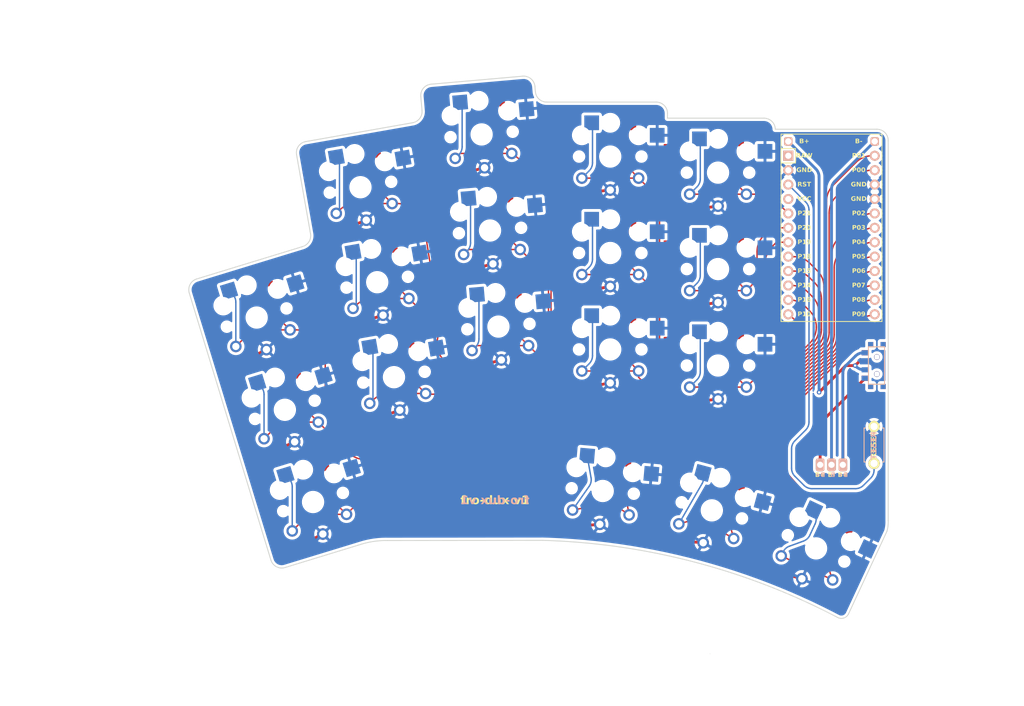
<source format=kicad_pcb>
(kicad_pcb (version 20240108) (generator "pcbnew") (generator_version "8.0")
  (title_block (title "board") (rev "v1.0.0") (company "Unknown"))
  (layers (0 "F.Cu" signal) (31 "B.Cu" signal) (34 "B.Paste" user) (35 "F.Paste" user) (36 "B.SilkS" user "B.Silkscreen") (37 "F.SilkS" user "F.Silkscreen") (38 "B.Mask" user) (39 "F.Mask" user) (44 "Edge.Cuts" user))
  (net 0 "")
  (net 1 "P6")
  (net 2 "GND")
  (net 3 "P5")
  (net 4 "P4")
  (net 5 "P3")
  (net 6 "P2")
  (net 7 "P0")
  (net 8 "P1")
  (net 9 "P18")
  (net 10 "P15")
  (net 11 "P14")
  (net 12 "P16")
  (net 13 "P10")
  (net 14 "P19")
  (net 15 "P20")
  (net 16 "P21")
  (net 17 "P7")
  (net 18 "P8")
  (net 19 "P9")
  (net 20 "RAW")
  (net 21 "RST")
  (net 22 "VCC")
  (net 23 "Bplus")
  (net 24 "Bminus")
  (net 25 "Braw")
  (footprint "E73:SPDT_C128955" (layer "F.Cu") (at 162.411087 -73.316483 -90)
    (property "Reference" "T1" (hide yes))
    (property "Value" "" (hide yes))
  )
  (footprint "lib:bat" (layer "F.Cu") (at 154.411087 -55.816483)
    (property "Reference" "PAD1" (hide yes))
    (property "Value" "" (hide yes))
  )
  (footprint "kbd:ResetSW" (layer "F.Cu") (at 161.911087 -59.316483 -90)
    (property "Reference" "B1" (hide yes))
    (property "Value" "")
  )
  (footprint "PG1350" (layer "F.Cu") (at 71.38711 -104.745067 10)
    (property "Reference" "S11" (hide yes))
    (property "Value" "" (hide yes))
  )
  (footprint "PG1350" (layer "F.Cu") (at 133.317699 -47.786839 165)
    (property "Reference" "S34" (hide yes))
    (property "Value" "" (hide yes))
  )
  (footprint "PG1350" (layer "F.Cu") (at 94.221643 -97.114167 5)
    (property "Reference" "S15" (hide yes))
    (property "Value" "" (hide yes))
  )
  (footprint "PG1350" (layer "F.Cu") (at 115.411087 -93.149816)
    (property "Reference" "S21" (hide yes))
    (property "Value" "" (hide yes))
  )
  (footprint "PG1350" (layer "F.Cu") (at 77.291148 -71.261603 -170)
    (property "Reference" "S8" (hide yes))
    (property "Value" "" (hide yes))
  )
  (footprint "PG1350" (layer "F.Cu") (at 95.703291 -80.178857 -175)
    (property "Reference" "S14" (hide yes))
    (property "Value" "" (hide yes))
  )
  (footprint "PG1350" (layer "F.Cu") (at 115.411087 -76.149816 180)
    (property "Reference" "S20" (hide yes))
    (property "Value" "" (hide yes))
  )
  (footprint "PG1350" (layer "F.Cu") (at 134.411087 -90.316483 180)
    (property "Reference" "S28" (hide yes))
    (property "Value" "" (hide yes))
  )
  (footprint "PG1350" (layer "F.Cu") (at 134.411087 -73.316483 180)
    (property "Reference" "S26" (hide yes))
    (property "Value" "" (hide yes))
  )
  (footprint "PG1350" (layer "F.Cu") (at 134.411087 -107.316483)
    (property "Reference" "S29" (hide yes))
    (property "Value" "" (hide yes))
  )
  (footprint "PG1350" (layer "F.Cu") (at 133.317699 -47.786839 -15)
    (property "Reference" "S33" (hide yes))
    (property "Value" "" (hide yes))
  )
  (footprint "PG1350" (layer "F.Cu") (at 151.688672 -41.084903 -25)
    (property "Reference" "S35" (hide yes))
    (property "Value" "" (hide yes))
  )
  (footprint "PG1350" (layer "F.Cu") (at 77.291148 -71.261603 10)
    (property "Reference" "S7" (hide yes))
    (property "Value" "" (hide yes))
  )
  (footprint "PG1350" (layer "F.Cu") (at 63.029681 -49.257181 -163)
    (property "Reference" "S2" (hide yes))
    (property "Value" "" (hide yes))
  )
  (footprint "E73:SPDT_C128955" (layer "F.Cu") (at 162.411087 -73.316483 -90)
    (property "Reference" "T2" (hide yes))
    (property "Value" "" (hide yes))
  )
  (footprint "PG1350" (layer "F.Cu") (at 63.029681 -49.257181 17)
    (property "Reference" "S1" (hide yes))
    (property "Value" "" (hide yes))
  )
  (footprint "PG1350" (layer "F.Cu") (at 53.089043 -81.771543 17)
    (property "Reference" "S5" (hide yes))
    (property "Value" "" (hide yes))
  )
  (footprint "PG1350" (layer "F.Cu") (at 134.411087 -90.316483)
    (property "Reference" "S27" (hide yes))
    (property "Value" "" (hide yes))
  )
  (footprint "PG1350" (layer "F.Cu") (at 151.688672 -41.084903 155)
    (property "Reference" "S36" (hide yes))
    (property "Value" "" (hide yes))
  )
  (footprint "PG1350" (layer "F.Cu") (at 74.339129 -88.003335 10)
    (property "Reference" "S9" (hide yes))
    (property "Value" "" (hide yes))
  )
  (footprint "PG1350" (layer "F.Cu") (at 94.221643 -97.114167 -175)
    (property "Reference" "S16" (hide yes))
    (property "Value" "" (hide yes))
  )
  (footprint "PG1350" (layer "F.Cu") (at 134.411087 -107.316483 180)
    (property "Reference" "S30" (hide yes))
    (property "Value" "" (hide yes))
  )
  (footprint "PG1350" (layer "F.Cu") (at 95.703291 -80.178857 5)
    (property "Reference" "S13" (hide yes))
    (property "Value" "" (hide yes))
  )
  (footprint "PG1350" (layer "F.Cu") (at 115.411087 -110.149816 180)
    (property "Reference" "S24" (hide yes))
    (property "Value" "" (hide yes))
  )
  (footprint "PG1350" (layer "F.Cu") (at 92.739996 -114.049477 5)
    (property "Reference" "S17" (hide yes))
    (property "Value" "" (hide yes))
  )
  (footprint "PG1350" (layer "F.Cu") (at 58.059362 -65.514362 -163)
    (property "Reference" "S4" (hide yes))
    (property "Value" "" (hide yes))
  )
  (footprint "PG1350" (layer "F.Cu") (at 74.339129 -88.003335 -170)
    (property "Reference" "S10" (hide yes))
    (property "Value" "" (hide yes))
  )
  (footprint "PG1350" (layer "F.Cu") (at 115.411087 -93.149816 180)
    (property "Reference" "S22" (hide yes))
    (property "Value" "" (hide yes))
  )
  (footprint "PG1350" (layer "F.Cu") (at 114.085832 -51.20433 -5)
    (property "Reference" "S31" (hide yes))
    (property "Value" "" (hide yes))
  )
  (footprint "ProMicro" (layer "F.Cu") (at 154.411087 -96.316483 -90)
    (property "Reference" "MCU1" (hide yes))
    (property "Value" "" (hide yes))
  )
  (footprint "PG1350" (layer "F.Cu") (at 58.059362 -65.514362 17)
    (property "Reference" "S3" (hide yes))
    (property "Value" "" (hide yes))
  )
  (footprint "PG1350" (layer "F.Cu") (at 114.085832 -51.20433 175)
    (property "Reference" "S32" (hide yes))
    (property "Value" "" (hide yes))
  )
  (footprint "PG1350" (layer "F.Cu") (at 71.38711 -104.745067 -170)
    (property "Reference" "S12" (hide yes))
    (property "Value" "" (hide yes))
  )
  (footprint "PG1350" (layer "F.Cu") (at 115.411087 -110.149816)
    (property "Reference" "S23" (hide yes))
    (property "Value" "" (hide yes))
  )
  (footprint "PG1350" (layer "F.Cu") (at 134.411087 -73.316483)
    (property "Reference" "S25" (hide yes))
    (property "Value" "" (hide yes))
  )
  (footprint "PG1350" (layer "F.Cu") (at 53.089043 -81.771543 -163)
    (property "Reference" "S6" (hide yes))
    (property "Value" "" (hide yes))
  )
  (footprint "PG1350" (layer "F.Cu") (at 115.411087 -76.149816)
    (property "Reference" "S19" (hide yes))
    (property "Value" "" (hide yes))
  )
  (footprint "PG1350" (layer "F.Cu") (at 92.739996 -114.049477 -175)
    (property "Reference" "S18" (hide yes))
    (property "Value" "" (hide yes))
  )
  (gr_arc (start 104.212524 -119.749815) (mid 102.861343 -120.275261) (end 102.220134 -121.575505) (stroke (width 0.15)) (layer "Edge.Cuts"))
  (gr_arc (start 133 -22.5) (mid 133 -22.5) (end 133 -22.5) (stroke (width 0.05)) (layer "Edge.Cuts"))
  (gr_arc (start 82.233091 -118.259454) (mid 81.827408 -116.867619) (end 80.587997 -116.115527) (stroke (width 0.15)) (layer "Edge.Cuts"))
  (gr_arc (start 157.409315 -29.528414) (mid 156.565482 -28.803553) (end 155.459451 -28.922605) (stroke (width 0.15)) (layer "Edge.Cuts"))
  (gr_line (start 60.120825 -110.475759) (end 62.576774 -96.547382) (stroke (width 0.15)) (layer "Edge.Cuts"))
  (gr_line (start 103.5 -42.5) (end 76.148965 -42.467382) (stroke (width 0.15)) (layer "Edge.Cuts"))
  (gr_arc (start 164.411086 -46) (mid 164.374975 -45.049224) (end 164.191868 -44.115549) (stroke (width 0.15)) (layer "Edge.Cuts"))
  (gr_line (start 83.834124 -122.906984) (end 99.972478 -124.318907) (stroke (width 0.15)) (layer "Edge.Cuts"))
  (gr_arc (start 58.09038 -37.708445) (mid 56.566694 -37.855159) (end 55.593028 -39.036311) (stroke (width 0.15)) (layer "Edge.Cuts"))
  (gr_line (start 58.090381 -37.708444) (end 71.518873 -41.813947) (stroke (width 0.15)) (layer "Edge.Cuts"))
  (gr_line (start 125.511087 -116.916483) (end 142.511087 -116.916483) (stroke (width 0.15)) (layer "Edge.Cuts"))
  (gr_line (start 162.411087 -114.966483) (end 144.510462 -114.966483) (stroke (width 0.15)) (layer "Edge.Cuts"))
  (gr_line (start 104.212524 -119.749816) (end 123.511087 -119.749816) (stroke (width 0.15)) (layer "Edge.Cuts"))
  (gr_arc (start 71.518873 -41.813947) (mid 73.8083 -42.322192) (end 76.148965 -42.467382) (stroke (width 0.15)) (layer "Edge.Cuts"))
  (gr_line (start 41.20834 -86.086505) (end 55.593028 -39.036311) (stroke (width 0.15)) (layer "Edge.Cuts"))
  (gr_arc (start 99.972478 -124.318908) (mid 101.432365 -123.858607) (end 102.139179 -122.500829) (stroke (width 0.15)) (layer "Edge.Cuts"))
  (gr_arc (start 123.511087 -119.749816) (mid 124.925301 -119.16403) (end 125.511087 -117.749816) (stroke (width 0.15)) (layer "Edge.Cuts"))
  (gr_arc (start 60.120826 -110.475759) (mid 60.452137 -111.970208) (end 61.743144 -112.792671) (stroke (width 0.15)) (layer "Edge.Cuts"))
  (gr_arc (start 142.511087 -116.916483) (mid 143.907511 -116.348265) (end 144.510462 -114.966483) (stroke (width 0.15)) (layer "Edge.Cuts"))
  (gr_arc (start 41.208341 -86.086504) (mid 41.355055 -87.61019) (end 42.536206 -88.583857) (stroke (width 0.15)) (layer "Edge.Cuts"))
  (gr_line (start 102.139179 -122.500829) (end 102.220134 -121.575505) (stroke (width 0.15)) (layer "Edge.Cuts"))
  (gr_line (start 61.743144 -112.792671) (end 80.587997 -116.115527) (stroke (width 0.15)) (layer "Edge.Cuts"))
  (gr_arc (start 62.576773 -96.547382) (mid 62.312438 -95.155089) (end 61.191902 -94.287476) (stroke (width 0.15)) (layer "Edge.Cuts"))
  (gr_arc (start 82.016046 -120.740284) (mid 82.476347 -122.20017) (end 83.834124 -122.906984) (stroke (width 0.15)) (layer "Edge.Cuts"))
  (gr_line (start 42.536206 -88.583857) (end 61.191902 -94.287476) (stroke (width 0.15)) (layer "Edge.Cuts"))
  (gr_line (start 125.511087 -117.749816) (end 125.511087 -116.916483) (stroke (width 0.15)) (layer "Edge.Cuts"))
  (gr_line (start 82.23309 -118.259454) (end 82.016046 -120.740283) (stroke (width 0.15)) (layer "Edge.Cuts"))
  (gr_arc (start 162.411087 -114.966483) (mid 163.825301 -114.380697) (end 164.411087 -112.966483) (stroke (width 0.15)) (layer "Edge.Cuts"))
  (gr_line (start 164.411087 -46) (end 164.411087 -112.966483) (stroke (width 0.15)) (layer "Edge.Cuts"))
  (gr_line (start 164.191868 -44.115549) (end 157.409315 -29.528414) (stroke (width 0.15)) (layer "Edge.Cuts"))
  (gr_arc (start 103.5 -42.499999) (mid 130.253645 -38.673022) (end 155.459451 -28.922605) (stroke (width 0.15)) (layer "Edge.Cuts"))
  (gr_text "fro-dux v1" (at 89 -49.5 0) (layer "B.SilkS") (effects (font (size 1.5 1.5)) (justify right mirror)))
  (gr_text "fro-dux v1" (at 89 -49.5 0) (layer "F.SilkS") (effects (font (size 1.5 1.5)) (justify left)))
  (segment (start 157.404613 -87.046613) (end 159.15291 -88.79491) (width 0.25) (layer "F.Cu") (net 1))
  (segment (start 140.894831 -61.207133) (end 155.061467 -75.373769) (width 0.25) (layer "F.Cu") (net 1))
  (segment (start 61.111314 -45.913508) (end 59.35917 -44.161364) (width 0.25) (layer "F.Cu") (net 1))
  (segment (start 156.23304 -78.202196) (end 156.23304 -84.218186) (width 0.25) (layer "F.Cu") (net 1))
  (segment (start 68.922217 -47.085081) (end 63.939741 -47.085081) (width 0.25) (layer "F.Cu") (net 1))
  (segment (start 76.35139 -52.8574) (end 81.171573 -52.828427) (width 0.25) (layer "F.Cu") (net 1))
  (segment (start 115.769732 -60.03556) (end 103.90859 -60.01504) (width 0.25) (layer "F.Cu") (net 1))
  (segment (start 84 -54) (end 85.093534 -55.093534) (width 0.25) (layer "F.Cu") (net 1))
  (segment (start 97.575476 -57.041411) (end 100.57934 -59.223141) (width 0.25) (layer "F.Cu") (net 1))
  (segment (start 161.981337 -89.966483) (end 162.031087 -89.966483) (width 0.25) (layer "F.Cu") (net 1))
  (segment (start 115.769732 -60.03556) (end 138.066404 -60.03556) (width 0.25) (layer "F.Cu") (net 1))
  (segment (start 103.90859 -60.01504) (end 102.929948 -59.986785) (width 0.25) (layer "F.Cu") (net 1))
  (segment (start 87.921961 -56.265107) (end 95.203561 -56.270042) (width 0.25) (layer "F.Cu") (net 1))
  (segment (start 64.421967 -55.904712) (end 64.421967 -53.242185) (width 0.25) (layer "F.Cu") (net 1))
  (segment (start 65.59354 -50.413758) (end 68.922217 -47.085081) (width 0.25) (layer "F.Cu") (net 1))
  (segment (start 68.922217 -47.085081) (end 73.522963 -51.685827) (width 0.25) (layer "F.Cu") (net 1))
  (arc (start 97.575476 -57.041411) (mid 96.450523 -56.468142) (end 95.203561 -56.270042) (width 0.25) (layer "F.Cu") (net 1))
  (arc (start 64.421967 -53.242185) (mid 64.726449 -51.711451) (end 65.59354 -50.413758) (width 0.25) (layer "F.Cu") (net 1))
  (arc (start 159.15291 -88.79491) (mid 160.450603 -89.662001) (end 161.981337 -89.966483) (width 0.25) (layer "F.Cu") (net 1))
  (arc (start 87.921961 -56.265107) (mid 86.391227 -55.960625) (end 85.093534 -55.093534) (width 0.25) (layer "F.Cu") (net 1))
  (arc (start 138.066404 -60.03556) (mid 139.597138 -60.340042) (end 140.894831 -61.207133) (width 0.25) (layer "F.Cu") (net 1))
  (arc (start 102.929948 -59.986785) (mid 101.694206 -59.791052) (end 100.57934 -59.223141) (width 0.25) (layer "F.Cu") (net 1))
  (arc (start 76.35139 -52.8574) (mid 74.820656 -52.552918) (end 73.522963 -51.685827) (width 0.25) (layer "F.Cu") (net 1))
  (arc (start 157.404613 -87.046613) (mid 156.537522 -85.74892) (end 156.23304 -84.218186) (width 0.25) (layer "F.Cu") (net 1))
  (arc (start 84 -54) (mid 82.702307 -53.132909) (end 81.171573 -52.828427) (width 0.25) (layer "F.Cu") (net 1))
  (arc (start 61.111314 -45.913508) (mid 62.409007 -46.780599) (end 63.939741 -47.085081) (width 0.25) (layer "F.Cu") (net 1))
  (arc (start 156.23304 -78.202196) (mid 155.928558 -76.671462) (end 155.061467 -75.373769) (width 0.25) (layer "F.Cu") (net 1))
  (segment (start 58.158171 -53.989677) (end 58.773384 -53.374464) (width 0.25) (layer "B.Cu") (net 1))
  (segment (start 59.35917 -51.960251) (end 59.35917 -44.161364) (width 0.25) (layer "B.Cu") (net 1))
  (arc (start 59.35917 -51.960251) (mid 59.206929 -52.725618) (end 58.773384 -53.374464) (width 0.25) (layer "B.Cu") (net 1))
  (segment (start 87.132946 -83.193373) (end 88.596468 -76.581783) (width 0.5) (layer "F.Cu") (net 2))
  (segment (start 112.656423 -69.751657) (end 115.411087 -70.249816) (width 0.5) (layer "F.Cu") (net 2))
  (segment (start 90.483281 -107.486015) (end 93.254215 -108.171928) (width 0.5) (layer "F.Cu") (net 2))
  (segment (start 145.773794 -47.980723) (end 143.738094 -41.54298) (width 0.5) (layer "F.Cu") (net 2))
  (segment (start 72.419418 -81.252272) (end 75.363653 -82.192969) (width 0.5) (layer "F.Cu") (net 2))
  (segment (start 93.537935 -73.582777) (end 96.21751 -74.301308) (width 0.5) (layer "F.Cu") (net 2))
  (segment (start 65.538664 -90.259425) (end 67.358921 -83.953221) (width 0.5) (layer "F.Cu") (net 2))
  (segment (start 126.136087 -111.066483) (end 126.986151 -104.480886) (width 0.5) (layer "F.Cu") (net 2))
  (segment (start 112.388836 -103.921918) (end 115.411087 -104.249816) (width 0.5) (layer "F.Cu") (net 2))
  (segment (start 69.925924 -97.990798) (end 72.411634 -98.934701) (width 0.5) (layer "F.Cu") (net 2))
  (segment (start 57.130029 -58.659047) (end 59.784355 -59.872164) (width 0.5) (layer "F.Cu") (net 2))
  (segment (start 85.651298 -100.128683) (end 87.106305 -93.544276) (width 0.5) (layer "F.Cu") (net 2))
  (segment (start 62.586645 -107.001157) (end 64.701845 -100.493764) (width 0.5) (layer "F.Cu") (net 2))
  (segment (start 131.479077 -84.027668) (end 134.411087 -84.416483) (width 0.5) (layer "F.Cu") (net 2))
  (segment (start 44.079227 -82.93831) (end 46.805226 -76.81001) (width 0.5) (layer "F.Cu") (net 2))
  (segment (start 75.523262 -64.446955) (end 78.315672 -65.451237) (width 0.5) (layer "F.Cu") (net 2))
  (segment (start 126.295234 -53.550788) (end 125.462163 -46.756126) (width 0.5) (layer "F.Cu") (net 2))
  (segment (start 131.479077 -67.027668) (end 134.411087 -67.416483) (width 0.5) (layer "F.Cu") (net 2))
  (segment (start 84.169651 -117.063993) (end 85.616045 -110.507165) (width 0.5) (layer "F.Cu") (net 2))
  (segment (start 68.490683 -73.517693) (end 70.323876 -67.110603) (width 0.5) (layer "F.Cu") (net 2))
  (segment (start 92.010692 -90.534024) (end 94.735862 -91.236618) (width 0.5) (layer "F.Cu") (net 2))
  (segment (start 126.136087 -94.066483) (end 126.986151 -87.480886) (width 0.5) (layer "F.Cu") (net 2))
  (segment (start 112.656423 -86.751657) (end 115.411087 -87.249816) (width 0.5) (layer "F.Cu") (net 2))
  (segment (start 126.136087 -77.066483) (end 126.986151 -70.480886) (width 0.5) (layer "F.Cu") (net 2))
  (segment (start 107.136087 -113.899816) (end 107.991351 -107.378444) (width 0.5) (layer "F.Cu") (net 2))
  (segment (start 110.806849 -45.108906) (end 113.571613 -45.326781) (width 0.5) (layer "F.Cu") (net 2))
  (segment (start 49.049546 -66.681129) (end 51.832948 -60.626359) (width 0.5) (layer "F.Cu") (net 2))
  (segment (start 54.019865 -50.423948) (end 56.790378 -44.286984) (width 0.5) (layer "F.Cu") (net 2))
  (segment (start 131.479077 -101.027668) (end 134.411087 -101.416483) (width 0.5) (layer "F.Cu") (net 2))
  (segment (start 146.492786 -36.479765) (end 149.195224 -35.737687) (width 0.5) (layer "F.Cu") (net 2))
  (segment (start 107.136087 -79.899816) (end 107.975553 -73.191157) (width 0.5) (layer "F.Cu") (net 2))
  (segment (start 52.236238 -74.851744) (end 54.814036 -76.129345) (width 0.5) (layer "F.Cu") (net 2))
  (segment (start 129.143197 -42.279815) (end 131.790667 -42.087877) (width 0.5) (layer "F.Cu") (net 2))
  (segment (start 106.169155 -55.661274) (end 106.497314 -48.902559) (width 0.5) (layer "F.Cu") (net 2))
  (segment (start 107.136087 -96.899816) (end 107.975553 -90.191157) (width 0.5) (layer "F.Cu") (net 2))
  (segment (start 62.219282 -42.352295) (end 64.754674 -43.614983) (width 0.5) (layer "F.Cu") (net 2))
  (arc (start 93.537935 -73.582777) (mid 90.42661 -74.026776) (end 88.596468 -76.581783) (width 0.5) (layer "F.Cu") (net 2))
  (arc (start 107.975553 -90.191157) (mid 109.576074 -87.464446) (end 112.656423 -86.751657) (width 0.5) (layer "F.Cu") (net 2))
  (arc (start 85.616045 -110.507165) (mid 87.412631 -107.970296) (end 90.483281 -107.486015) (width 0.5) (layer "F.Cu") (net 2))
  (arc (start 112.388836 -103.921918) (mid 109.485502 -104.753781) (end 107.991351 -107.378444) (width 0.5) (layer "F.Cu") (net 2))
  (arc (start 106.497314 -48.902559) (mid 107.849601 -46.094126) (end 110.806849 -45.108906) (width 0.5) (layer "F.Cu") (net 2))
  (arc (start 52.236238 -74.851744) (mid 49.103181 -74.67285) (end 46.805226 -76.81001) (width 0.5) (layer "F.Cu") (net 2))
  (arc (start 143.738094 -41.54298) (mid 144.03832 -38.425354) (end 146.492786 -36.479765) (width 0.5) (layer "F.Cu") (net 2))
  (arc (start 62.219282 -42.352295) (mid 59.093331 -42.164937) (end 56.790378 -44.286984) (width 0.5) (layer "F.Cu") (net 2))
  (arc (start 126.986151 -70.480886) (mid 128.515673 -67.821477) (end 131.479077 -67.027668) (width 0.5) (layer "F.Cu") (net 2))
  (arc (start 69.925924 -97.990798) (mid 66.777583 -98.122937) (end 64.701845 -100.493764) (width 0.5) (layer "F.Cu") (net 2))
  (arc (start 87.106305 -93.544276) (mid 88.91964 -90.998304) (end 92.010692 -90.534024) (width 0.5) (layer "F.Cu") (net 2))
  (arc (start 107.975553 -73.191157) (mid 109.576074 -70.464446) (end 112.656423 -69.751657) (width 0.5) (layer "F.Cu") (net 2))
  (arc (start 75.523262 -64.446955) (mid 72.345759 -64.650907) (end 70.323876 -67.110603) (width 0.5) (layer "F.Cu") (net 2))
  (arc (start 57.130029 -58.659047) (mid 54.074681 -58.547353) (end 51.832948 -60.626359) (width 0.5) (layer "F.Cu") (net 2))
  (arc (start 125.462163 -46.756126) (mid 126.342904 -43.728712) (end 129.143197 -42.279815) (width 0.5) (layer "F.Cu") (net 2))
  (arc (start 126.986151 -104.480886) (mid 128.515673 -101.821477) (end 131.479077 -101.027668) (width 0.5) (layer "F.Cu") (net 2))
  (arc (start 131.479077 -84.027668) (mid 128.515672 -84.821476) (end 126.986151 -87.480886) (width 0.5) (layer "F.Cu") (net 2))
  (arc (start 72.419418 -81.252272) (mid 69.318579 -81.533688) (end 67.358921 -83.953221) (width 0.5) (layer "F.Cu") (net 2))
  (segment (start 155.78352 -78.388395) (end 155.78352 -86.435666) (width 0.25) (layer "F.Cu") (net 3))
  (segment (start 161.854337 -92.506483) (end 162.031087 -92.506483) (width 0.25) (layer "F.Cu") (net 3))
  (segment (start 60.623221 -66.670939) (end 63.951898 -63.342262) (width 0.25) (layer "F.Cu") (net 3))
  (segment (start 156.955093 -89.264093) (end 159.02591 -91.33491) (width 0.25) (layer "F.Cu") (net 3))
  (segment (start 115.583534 -60.48508) (end 102.799264 -60.484644) (width 0.25) (layer "F.Cu") (net 3))
  (segment (start 115.583534 -60.48508) (end 137.880205 -60.48508) (width 0.25) (layer "F.Cu") (net 3))
  (segment (start 72.207414 -56.7436) (end 95.056325 -56.747706) (width 0.25) (layer "F.Cu") (net 3))
  (segment (start 63.951898 -63.342262) (end 58.969422 -63.342262) (width 0.25) (layer "F.Cu") (net 3))
  (segment (start 56.140995 -62.170689) (end 54.388851 -60.418545) (width 0.25) (layer "F.Cu") (net 3))
  (segment (start 140.708632 -61.656653) (end 154.611947 -75.559968) (width 0.25) (layer "F.Cu") (net 3))
  (segment (start 59.451648 -72.161893) (end 59.451648 -69.499366) (width 0.25) (layer "F.Cu") (net 3))
  (segment (start 97.406251 -57.511277) (end 100.448756 -59.721073) (width 0.25) (layer "F.Cu") (net 3))
  (segment (start 63.951898 -63.342262) (end 69.378987 -57.915173) (width 0.25) (layer "F.Cu") (net 3))
  (arc (start 58.969422 -63.342262) (mid 57.438688 -63.03778) (end 56.140995 -62.170689) (width 0.25) (layer "F.Cu") (net 3))
  (arc (start 60.623221 -66.670939) (mid 59.75613 -67.968632) (end 59.451648 -69.499366) (width 0.25) (layer "F.Cu") (net 3))
  (arc (start 102.799264 -60.484644) (mid 101.563559 -60.288944) (end 100.448756 -59.721073) (width 0.25) (layer "F.Cu") (net 3))
  (arc (start 161.854337 -92.506483) (mid 160.323603 -92.202001) (end 159.02591 -91.33491) (width 0.25) (layer "F.Cu") (net 3))
  (arc (start 155.78352 -78.388395) (mid 155.479038 -76.857661) (end 154.611947 -75.559968) (width 0.25) (layer "F.Cu") (net 3))
  (arc (start 137.880205 -60.48508) (mid 139.410939 -60.789562) (end 140.708632 -61.656653) (width 0.25) (layer "F.Cu") (net 3))
  (arc (start 155.78352 -86.435666) (mid 156.088002 -87.9664) (end 156.955093 -89.264093) (width 0.25) (layer "F.Cu") (net 3))
  (arc (start 72.207414 -56.7436) (mid 70.67668 -57.048082) (end 69.378987 -57.915173) (width 0.25) (layer "F.Cu") (net 3))
  (arc (start 97.406251 -57.511277) (mid 96.291724 -56.943496) (end 95.056325 -56.747706) (width 0.25) (layer "F.Cu") (net 3))
  (segment (start 53.187852 -70.246858) (end 53.803065 -69.631645) (width 0.25) (layer "B.Cu") (net 3))
  (segment (start 54.388851 -68.217432) (end 54.388851 -60.418545) (width 0.25) (layer "B.Cu") (net 3))
  (arc (start 53.803065 -69.631645) (mid 54.23661 -68.982799) (end 54.388851 -68.217432) (width 0.25) (layer "B.Cu") (net 3))
  (segment (start 58.981579 -79.599443) (end 53.999103 -79.599443) (width 0.25) (layer "F.Cu") (net 4))
  (segment (start 54.481329 -88.419074) (end 54.481329 -85.756547) (width 0.25) (layer "F.Cu") (net 4))
  (segment (start 51.170676 -78.42787) (end 49.418532 -76.675726) (width 0.25) (layer "F.Cu") (net 4))
  (segment (start 55.652902 -82.92812) (end 58.981579 -79.599443) (width 0.25) (layer "F.Cu") (net 4))
  (segment (start 65.1764 -74.466946) (end 65.1764 -69.855854) (width 0.25) (layer "F.Cu") (net 4))
  (segment (start 156.505573 -91.405373) (end 158.97511 -93.87491) (width 0.25) (layer "F.Cu") (net 4))
  (segment (start 161.803537 -95.046483) (end 162.031087 -95.046483) (width 0.25) (layer "F.Cu") (net 4))
  (segment (start 66.347973 -67.027427) (end 71.269227 -62.106173) (width 0.25) (layer "F.Cu") (net 4))
  (segment (start 140.522435 -62.106173) (end 154.162427 -75.746167) (width 0.25) (layer "F.Cu") (net 4))
  (segment (start 62.87233 -78.42787) (end 64.004827 -77.295373) (width 0.25) (layer "F.Cu") (net 4))
  (segment (start 74.097654 -60.9346) (end 137.694008 -60.9346) (width 0.25) (layer "F.Cu") (net 4))
  (segment (start 58.981579 -79.599443) (end 60.043903 -79.599443) (width 0.25) (layer "F.Cu") (net 4))
  (segment (start 155.334 -78.574594) (end 155.334 -88.576946) (width 0.25) (layer "F.Cu") (net 4))
  (arc (start 62.87233 -78.42787) (mid 61.574637 -79.294961) (end 60.043903 -79.599443) (width 0.25) (layer "F.Cu") (net 4))
  (arc (start 154.162427 -75.746167) (mid 155.029518 -77.04386) (end 155.334 -78.574594) (width 0.25) (layer "F.Cu") (net 4))
  (arc (start 65.1764 -69.855854) (mid 65.480882 -68.32512) (end 66.347973 -67.027427) (width 0.25) (layer "F.Cu") (net 4))
  (arc (start 158.97511 -93.87491) (mid 160.272803 -94.742001) (end 161.803537 -95.046483) (width 0.25) (layer "F.Cu") (net 4))
  (arc (start 54.481329 -85.756547) (mid 54.785811 -84.225813) (end 55.652902 -82.92812) (width 0.25) (layer "F.Cu") (net 4))
  (arc (start 140.522435 -62.106173) (mid 139.224742 -61.239082) (end 137.694008 -60.9346) (width 0.25) (layer "F.Cu") (net 4))
  (arc (start 65.1764 -74.466946) (mid 64.871918 -75.99768) (end 64.004827 -77.295373) (width 0.25) (layer "F.Cu") (net 4))
  (arc (start 156.505573 -91.405373) (mid 155.638482 -90.10768) (end 155.334 -88.576946) (width 0.25) (layer "F.Cu") (net 4))
  (arc (start 53.999103 -79.599443) (mid 52.468369 -79.294961) (end 51.170676 -78.42787) (width 0.25) (layer "F.Cu") (net 4))
  (arc (start 71.269227 -62.106173) (mid 72.56692 -61.239082) (end 74.097654 -60.9346) (width 0.25) (layer "F.Cu") (net 4))
  (segment (start 48.217533 -86.504039) (end 48.832746 -85.888826) (width 0.25) (layer "B.Cu") (net 4))
  (segment (start 49.418532 -84.474613) (end 49.418532 -76.675726) (width 0.25) (layer "B.Cu") (net 4))
  (arc (start 48.832746 -85.888826) (mid 49.266291 -85.23998) (end 49.418532 -84.474613) (width 0.25) (layer "B.Cu") (net 4))
  (segment (start 106.080025 -67.093588) (end 106.888842 -66.284771) (width 0.25) (layer "F.Cu") (net 5))
  (segment (start 128.056275 -61.42784) (end 137.551528 -61.42784) (width 0.25) (layer "F.Cu") (net 5))
  (segment (start 123.885633 -63.941627) (end 125.227848 -62.599412) (width 0.25) (layer "F.Cu") (net 5))
  (segment (start 154.88448 -78.760792) (end 154.88448 -90.540426) (width 0.25) (layer "F.Cu") (net 5))
  (segment (start 80.65476 -70.607864) (end 82.87505 -68.387574) (width 0.25) (layer "F.Cu") (net 5))
  (segment (start 161.930537 -97.586483) (end 162.031087 -97.586483) (width 0.25) (layer "F.Cu") (net 5))
  (segment (start 82.87505 -68.387574) (end 76.420307 -68.387574) (width 0.25) (layer "F.Cu") (net 5))
  (segment (start 79.483187 -77.689907) (end 79.483187 -73.436291) (width 0.25) (layer "F.Cu") (net 5))
  (segment (start 82.997464 -68.26516) (end 103.251599 -68.26516) (width 0.25) (layer "F.Cu") (net 5))
  (segment (start 73.59188 -67.216001) (end 73.026972 -66.651093) (width 0.25) (layer "F.Cu") (net 5))
  (segment (start 140.379955 -62.599413) (end 153.712907 -75.932365) (width 0.25) (layer "F.Cu") (net 5))
  (segment (start 156.056053 -93.368853) (end 159.10211 -96.41491) (width 0.25) (layer "F.Cu") (net 5))
  (segment (start 109.717268 -65.1132) (end 121.057206 -65.1132) (width 0.25) (layer "F.Cu") (net 5))
  (segment (start 82.87505 -68.387574) (end 82.997464 -68.26516) (width 0.25) (layer "F.Cu") (net 5))
  (arc (start 106.888842 -66.284771) (mid 108.186535 -65.417681) (end 109.717268 -65.1132) (width 0.25) (layer "F.Cu") (net 5))
  (arc (start 154.88448 -78.760792) (mid 154.579998 -77.230058) (end 153.712907 -75.932365) (width 0.25) (layer "F.Cu") (net 5))
  (arc (start 128.056275 -61.42784) (mid 126.525542 -61.732322) (end 125.227848 -62.599412) (width 0.25) (layer "F.Cu") (net 5))
  (arc (start 154.88448 -90.540426) (mid 155.188962 -92.07116) (end 156.056053 -93.368853) (width 0.25) (layer "F.Cu") (net 5))
  (arc (start 76.420307 -68.387574) (mid 74.889573 -68.083092) (end 73.59188 -67.216001) (width 0.25) (layer "F.Cu") (net 5))
  (arc (start 106.080025 -67.093588) (mid 104.782332 -67.960678) (end 103.251599 -68.26516) (width 0.25) (layer "F.Cu") (net 5))
  (arc (start 161.930537 -97.586483) (mid 160.399803 -97.282001) (end 159.10211 -96.41491) (width 0.25) (layer "F.Cu") (net 5))
  (arc (start 80.65476 -70.607864) (mid 79.787669 -71.905557) (end 79.483187 -73.436291) (width 0.25) (layer "F.Cu") (net 5))
  (arc (start 123.885633 -63.941627) (mid 122.58794 -64.808718) (end 121.057206 -65.1132) (width 0.25) (layer "F.Cu") (net 5))
  (arc (start 137.551528 -61.42784) (mid 139.082262 -61.732322) (end 140.379955 -62.599413) (width 0.25) (layer "F.Cu") (net 5))
  (segment (start 73.59045 -67.214571) (end 73.026972 -66.651093) (width 0.25) (layer "B.Cu") (net 5))
  (segment (start 73.032696 -76.552511) (end 73.59045 -75.994757) (width 0.25) (layer "B.Cu") (net 5))
  (segment (start 73.59045 -75.994757) (end 73.59045 -67.214571) (width 0.25) (layer "B.Cu") (net 5))
  (segment (start 106.266222 -67.543108) (end 107.075039 -66.734291) (width 0.25) (layer "F.Cu") (net 6))
  (segment (start 128.242474 -61.87736) (end 137.365332 -61.87736) (width 0.25) (layer "F.Cu") (net 6))
  (segment (start 77.702741 -87.349596) (end 79.923031 -85.129306) (width 0.25) (layer "F.Cu") (net 6))
  (segment (start 79.923031 -85.129306) (end 83.214907 -81.83743) (width 0.25) (layer "F.Cu") (net 6))
  (segment (start 92.682057 -68.71468) (end 103.437796 -68.71468) (width 0.25) (layer "F.Cu") (net 6))
  (segment (start 76.531168 -94.431639) (end 76.531168 -90.178023) (width 0.25) (layer "F.Cu") (net 6))
  (segment (start 155.606533 -95.662533) (end 158.89891 -98.95491) (width 0.25) (layer "F.Cu") (net 6))
  (segment (start 140.193759 -63.048933) (end 153.263387 -76.118561) (width 0.25) (layer "F.Cu") (net 6))
  (segment (start 85.558053 -74.18183) (end 89.85363 -69.886253) (width 0.25) (layer "F.Cu") (net 6))
  (segment (start 161.727337 -100.126483) (end 162.031087 -100.126483) (width 0.25) (layer "F.Cu") (net 6))
  (segment (start 124.07183 -64.391149) (end 125.414048 -63.048932) (width 0.25) (layer "F.Cu") (net 6))
  (segment (start 79.923031 -85.129306) (end 73.468288 -85.129306) (width 0.25) (layer "F.Cu") (net 6))
  (segment (start 154.43496 -78.946988) (end 154.43496 -92.834106) (width 0.25) (layer "F.Cu") (net 6))
  (segment (start 109.903465 -65.56272) (end 121.243404 -65.56272) (width 0.25) (layer "F.Cu") (net 6))
  (segment (start 84.38648 -79.009003) (end 84.38648 -77.010257) (width 0.25) (layer "F.Cu") (net 6))
  (segment (start 70.639861 -83.957733) (end 70.074953 -83.392825) (width 0.25) (layer "F.Cu") (net 6))
  (arc (start 77.702741 -87.349596) (mid 76.83565 -88.647289) (end 76.531168 -90.178023) (width 0.25) (layer "F.Cu") (net 6))
  (arc (start 154.43496 -78.946988) (mid 154.130478 -77.416254) (end 153.263387 -76.118561) (width 0.25) (layer "F.Cu") (net 6))
  (arc (start 85.558053 -74.18183) (mid 84.690962 -75.479523) (end 84.38648 -77.010257) (width 0.25) (layer "F.Cu") (net 6))
  (arc (start 106.266222 -67.543108) (mid 104.968529 -68.410198) (end 103.437796 -68.71468) (width 0.25) (layer "F.Cu") (net 6))
  (arc (start 89.85363 -69.886253) (mid 91.151323 -69.019162) (end 92.682057 -68.71468) (width 0.25) (layer "F.Cu") (net 6))
  (arc (start 158.89891 -98.95491) (mid 160.196603 -99.822001) (end 161.727337 -100.126483) (width 0.25) (layer "F.Cu") (net 6))
  (arc (start 107.075039 -66.734291) (mid 108.372732 -65.867201) (end 109.903465 -65.56272) (width 0.25) (layer "F.Cu") (net 6))
  (arc (start 155.606533 -95.662533) (mid 154.739442 -94.36484) (end 154.43496 -92.834106) (width 0.25) (layer "F.Cu") (net 6))
  (arc (start 83.214907 -81.83743) (mid 84.081998 -80.539737) (end 84.38648 -79.009003) (width 0.25) (layer "F.Cu") (net 6))
  (arc (start 124.07183 -64.391149) (mid 122.774137 -65.258239) (end 121.243404 -65.56272) (width 0.25) (layer "F.Cu") (net 6))
  (arc (start 140.193759 -63.048933) (mid 138.896066 -62.181842) (end 137.365332 -61.87736) (width 0.25) (layer "F.Cu") (net 6))
  (arc (start 73.468288 -85.129306) (mid 71.937554 -84.824824) (end 70.639861 -83.957733) (width 0.25) (layer "F.Cu") (net 6))
  (arc (start 125.414048 -63.048932) (mid 126.711741 -62.181842) (end 128.242474 -61.87736) (width 0.25) (layer "F.Cu") (net 6))
  (segment (start 70.638431 -83.956303) (end 70.074953 -83.392825) (width 0.25) (layer "B.Cu") (net 6))
  (segment (start 70.638431 -92.736489) (end 70.638431 -83.956303) (width 0.25) (layer "B.Cu") (net 6))
  (segment (start 70.080677 -93.294243) (end 70.638431 -92.736489) (width 0.25) (layer "B.Cu") (net 6))
  (segment (start 67.687842 -100.699465) (end 67.122934 -100.134557) (width 0.25) (layer "F.Cu") (net 7))
  (segment (start 128.428668 -62.32688) (end 137.179132 -62.32688) (width 0.25) (layer "F.Cu") (net 7))
  (segment (start 161.549537 -107.746483) (end 162.031087 -107.746483) (width 0.25) (layer "F.Cu") (net 7))
  (segment (start 76.971012 -101.871038) (end 77.904308 -101.871038) (width 0.25) (layer "F.Cu") (net 7))
  (segment (start 153.98544 -79.133188) (end 153.98544 -100.182386) (width 0.25) (layer "F.Cu") (net 7))
  (segment (start 73.579149 -111.173371) (end 73.579149 -106.919755) (width 0.25) (layer "F.Cu") (net 7))
  (segment (start 86.007573 -74.368027) (end 90.039827 -70.335773) (width 0.25) (layer "F.Cu") (net 7))
  (segment (start 155.157013 -103.010813) (end 158.72111 -106.57491) (width 0.25) (layer "F.Cu") (net 7))
  (segment (start 110.089663 -66.01224) (end 121.4296 -66.01224) (width 0.25) (layer "F.Cu") (net 7))
  (segment (start 124.258027 -64.840667) (end 125.600241 -63.498453) (width 0.25) (layer "F.Cu") (net 7))
  (segment (start 85.271929 -81.303492) (end 82.7532 -97.022146) (width 0.25) (layer "F.Cu") (net 7))
  (segment (start 76.971012 -101.871038) (end 70.516269 -101.871038) (width 0.25) (layer "F.Cu") (net 7))
  (segment (start 80.732735 -100.699465) (end 81.581627 -99.850573) (width 0.25) (layer "F.Cu") (net 7))
  (segment (start 140.007559 -63.498453) (end 152.813867 -76.304761) (width 0.25) (layer "F.Cu") (net 7))
  (segment (start 74.750722 -104.091328) (end 76.971012 -101.871038) (width 0.25) (layer "F.Cu") (net 7))
  (segment (start 106.452421 -67.992627) (end 107.261236 -67.183812) (width 0.25) (layer "F.Cu") (net 7))
  (segment (start 85.319611 -80.082707) (end 84.836 -77.196454) (width 0.25) (layer "F.Cu") (net 7))
  (segment (start 92.868254 -69.1642) (end 103.623994 -69.1642) (width 0.25) (layer "F.Cu") (net 7))
  (arc (start 82.7532 -97.022146) (mid 82.448718 -98.55288) (end 81.581627 -99.850573) (width 0.25) (layer "F.Cu") (net 7))
  (arc (start 85.271929 -81.303492) (mid 85.358572 -80.695552) (end 85.319611 -80.082707) (width 0.25) (layer "F.Cu") (net 7))
  (arc (start 110.089663 -66.01224) (mid 108.55893 -66.316722) (end 107.261236 -67.183812) (width 0.25) (layer "F.Cu") (net 7))
  (arc (start 67.687842 -100.699465) (mid 68.985535 -101.566556) (end 70.516269 -101.871038) (width 0.25) (layer "F.Cu") (net 7))
  (arc (start 77.904308 -101.871038) (mid 79.435042 -101.566556) (end 80.732735 -100.699465) (width 0.25) (layer "F.Cu") (net 7))
  (arc (start 128.428668 -62.32688) (mid 126.897934 -62.631362) (end 125.600241 -63.498453) (width 0.25) (layer "F.Cu") (net 7))
  (arc (start 161.549537 -107.746483) (mid 160.018803 -107.442001) (end 158.72111 -106.57491) (width 0.25) (layer "F.Cu") (net 7))
  (arc (start 86.007573 -74.368027) (mid 85.140482 -75.66572) (end 84.836 -77.196454) (width 0.25) (layer "F.Cu") (net 7))
  (arc (start 121.4296 -66.01224) (mid 122.960334 -65.707758) (end 124.258027 -64.840667) (width 0.25) (layer "F.Cu") (net 7))
  (arc (start 155.157013 -103.010813) (mid 154.289922 -101.71312) (end 153.98544 -100.182386) (width 0.25) (layer "F.Cu") (net 7))
  (arc (start 90.039827 -70.335773) (mid 91.33752 -69.468682) (end 92.868254 -69.1642) (width 0.25) (layer "F.Cu") (net 7))
  (arc (start 137.179132 -62.32688) (mid 138.709866 -62.631362) (end 140.007559 -63.498453) (width 0.25) (layer "F.Cu") (net 7))
  (arc (start 106.452421 -67.992627) (mid 105.154728 -68.859718) (end 103.623994 -69.1642) (width 0.25) (layer "F.Cu") (net 7))
  (arc (start 153.98544 -79.133188) (mid 153.680958 -77.602454) (end 152.813867 -76.304761) (width 0.25) (layer "F.Cu") (net 7))
  (arc (start 73.579149 -106.919755) (mid 73.883631 -105.389021) (end 74.750722 -104.091328) (width 0.25) (layer "F.Cu") (net 7))
  (segment (start 67.686412 -100.698035) (end 67.122934 -100.134557) (width 0.25) (layer "B.Cu") (net 7))
  (segment (start 67.128658 -110.035975) (end 67.686412 -109.478221) (width 0.25) (layer "B.Cu") (net 7))
  (segment (start 67.686412 -109.478221) (end 67.686412 -100.698035) (width 0.25) (layer "B.Cu") (net 7))
  (segment (start 91.925067 -76.829096) (end 91.053509 -75.957538) (width 0.25) (layer "F.Cu") (net 8))
  (segment (start 128.614869 -62.7764) (end 136.992935 -62.7764) (width 0.25) (layer "F.Cu") (net 8))
  (segment (start 101.015456 -76.829096) (end 99.618825 -78.225727) (width 0.25) (layer "F.Cu") (net 8))
  (segment (start 98.447252 -81.054154) (end 98.447252 -86.391651) (width 0.25) (layer "F.Cu") (net 8))
  (segment (start 161.549537 -110.286483) (end 162.031087 -110.286483) (width 0.25) (layer "F.Cu") (net 8))
  (segment (start 110.27586 -66.46176) (end 121.615801 -66.46176) (width 0.25) (layer "F.Cu") (net 8))
  (segment (start 104.07916 -73.765392) (end 104.07916 -72.65846) (width 0.25) (layer "F.Cu") (net 8))
  (segment (start 124.444228 -65.290187) (end 125.786442 -63.947973) (width 0.25) (layer "F.Cu") (net 8))
  (segment (start 105.250733 -69.830033) (end 107.447433 -67.633333) (width 0.25) (layer "F.Cu") (net 8))
  (segment (start 101.015456 -76.829096) (end 91.925067 -76.829096) (width 0.25) (layer "F.Cu") (net 8))
  (segment (start 101.015456 -76.829096) (end 104.07916 -73.765392) (width 0.25) (layer "F.Cu") (net 8))
  (segment (start 139.821362 -63.947973) (end 152.364347 -76.490958) (width 0.25) (layer "F.Cu") (net 8))
  (segment (start 153.53592 -79.319385) (end 153.53592 -102.272866) (width 0.25) (layer "F.Cu") (net 8))
  (segment (start 154.707493 -105.101293) (end 158.72111 -109.11491) (width 0.25) (layer "F.Cu") (net 8))
  (arc (start 99.618825 -78.225727) (mid 98.751734 -79.52342) (end 98.447252 -81.054154) (width 0.25) (layer "F.Cu") (net 8))
  (arc (start 153.53592 -102.272866) (mid 153.840402 -103.8036) (end 154.707493 -105.101293) (width 0.25) (layer "F.Cu") (net 8))
  (arc (start 105.250733 -69.830033) (mid 104.383642 -71.127726) (end 104.07916 -72.65846) (width 0.25) (layer "F.Cu") (net 8))
  (arc (start 110.27586 -66.46176) (mid 108.745126 -66.766242) (end 107.447433 -67.633333) (width 0.25) (layer "F.Cu") (net 8))
  (arc (start 152.364347 -76.490958) (mid 153.231438 -77.788651) (end 153.53592 -79.319385) (width 0.25) (layer "F.Cu") (net 8))
  (arc (start 128.614869 -62.7764) (mid 127.084135 -63.080882) (end 125.786442 -63.947973) (width 0.25) (layer "F.Cu") (net 8))
  (arc (start 158.72111 -109.11491) (mid 160.018803 -109.982001) (end 161.549537 -110.286483) (width 0.25) (layer "F.Cu") (net 8))
  (arc (start 124.444228 -65.290187) (mid 123.146535 -66.157278) (end 121.615801 -66.46176) (width 0.25) (layer "F.Cu") (net 8))
  (arc (start 139.821362 -63.947973) (mid 138.523669 -63.080882) (end 136.992935 -62.7764) (width 0.25) (layer "F.Cu") (net 8))
  (segment (start 91.684217 -76.588246) (end 91.053509 -75.957538) (width 0.25) (layer "B.Cu") (net 8))
  (segment (start 91.922177 -85.82078) (end 92.270004 -85.472953) (width 0.25) (layer "B.Cu") (net 8))
  (segment (start 92.270004 -85.472953) (end 92.270004 -78.00246) (width 0.25) (layer "B.Cu") (net 8))
  (arc (start 91.684217 -76.588246) (mid 92.117763 -77.237093) (end 92.270004 -78.00246) (width 0.25) (layer "B.Cu") (net 8))
  (segment (start 139.635165 -64.397493) (end 151.914827 -76.677155) (width 0.25) (layer "F.Cu") (net 9))
  (segment (start 124.630422 -65.739708) (end 125.972639 -64.397492) (width 0.25) (layer "F.Cu") (net 9))
  (segment (start 104.52868 -87.11268) (end 104.52868 -72.844657) (width 0.25) (layer "F.Cu") (net 9))
  (segment (start 99.533808 -93.764406) (end 90.443419 -93.764406) (width 0.25) (layer "F.Cu") (net 9))
  (segment (start 98.137177 -95.161037) (end 99.533808 -93.764406) (width 0.25) (layer "F.Cu") (net 9))
  (segment (start 110.462057 -66.91128) (end 121.801996 -66.91128) (width 0.25) (layer "F.Cu") (net 9))
  (segment (start 105.700253 -70.01623) (end 107.63363 -68.082853) (width 0.25) (layer "F.Cu") (net 9))
  (segment (start 151.914827 -90.020173) (end 150.60009 -91.33491) (width 0.25) (layer "F.Cu") (net 9))
  (segment (start 99.533808 -93.764406) (end 103.357107 -89.941107) (width 0.25) (layer "F.Cu") (net 9))
  (segment (start 153.0864 -79.505582) (end 153.0864 -87.191746) (width 0.25) (layer "F.Cu") (net 9))
  (segment (start 96.965604 -103.326961) (end 96.965604 -97.989464) (width 0.25) (layer "F.Cu") (net 9))
  (segment (start 128.801065 -63.22592) (end 136.806738 -63.22592) (width 0.25) (layer "F.Cu") (net 9))
  (segment (start 147.771663 -92.506483) (end 146.791087 -92.506483) (width 0.25) (layer "F.Cu") (net 9))
  (segment (start 90.443419 -93.764406) (end 89.571861 -92.892848) (width 0.25) (layer "F.Cu") (net 9))
  (arc (start 151.914827 -76.677155) (mid 152.781918 -77.974848) (end 153.0864 -79.505582) (width 0.25) (layer "F.Cu") (net 9))
  (arc (start 151.914827 -90.020173) (mid 152.781918 -88.72248) (end 153.0864 -87.191746) (width 0.25) (layer "F.Cu") (net 9))
  (arc (start 124.630422 -65.739708) (mid 123.332729 -66.606798) (end 121.801996 -66.91128) (width 0.25) (layer "F.Cu") (net 9))
  (arc (start 104.52868 -87.11268) (mid 104.224198 -88.643414) (end 103.357107 -89.941107) (width 0.25) (layer "F.Cu") (net 9))
  (arc (start 125.972639 -64.397492) (mid 127.270332 -63.530402) (end 128.801065 -63.22592) (width 0.25) (layer "F.Cu") (net 9))
  (arc (start 98.137177 -95.161037) (mid 97.270086 -96.45873) (end 96.965604 -97.989464) (width 0.25) (layer "F.Cu") (net 9))
  (arc (start 150.60009 -91.33491) (mid 149.302397 -92.202001) (end 147.771663 -92.506483) (width 0.25) (layer "F.Cu") (net 9))
  (arc (start 104.52868 -72.844657) (mid 104.833162 -71.313923) (end 105.700253 -70.01623) (width 0.25) (layer "F.Cu") (net 9))
  (arc (start 139.635165 -64.397493) (mid 138.337472 -63.530402) (end 136.806738 -63.22592) (width 0.25) (layer "F.Cu") (net 9))
  (arc (start 110.462057 -66.91128) (mid 108.931323 -67.215762) (end 107.63363 -68.082853) (width 0.25) (layer "F.Cu") (net 9))
  (segment (start 90.202569 -93.523556) (end 89.571861 -92.892848) (width 0.25) (layer "B.Cu") (net 9))
  (segment (start 90.440529 -102.75609) (end 90.788356 -102.408263) (width 0.25) (layer "B.Cu") (net 9))
  (segment (start 90.788356 -102.408263) (end 90.788356 -94.93777) (width 0.25) (layer "B.Cu") (net 9))
  (arc (start 90.202569 -93.523556) (mid 90.636115 -94.172403) (end 90.788356 -94.93777) (width 0.25) (layer "B.Cu") (net 9))
  (segment (start 110.648254 -67.3608) (end 121.988193 -67.3608) (width 0.25) (layer "F.Cu") (net 10))
  (segment (start 151.465307 -87.878893) (end 150.54929 -88.79491) (width 0.25) (layer "F.Cu") (net 10))
  (segment (start 147.720863 -89.966483) (end 146.791087 -89.966483) (width 0.25) (layer "F.Cu") (net 10))
  (segment (start 128.987263 -63.67544) (end 136.620538 -63.67544) (width 0.25) (layer "F.Cu") (net 10))
  (segment (start 95.483957 -120.262271) (end 95.483957 -114.924774) (width 0.25) (layer "F.Cu") (net 10))
  (segment (start 104.9782 -103.600746) (end 104.9782 -73.030854) (width 0.25) (layer "F.Cu") (net 10))
  (segment (start 139.448965 -64.847013) (end 151.465307 -76.863353) (width 0.25) (layer "F.Cu") (net 10))
  (segment (start 106.149773 -70.202427) (end 107.819827 -68.532373) (width 0.25) (layer "F.Cu") (net 10))
  (segment (start 103.867214 -106.367214) (end 98.052161 -110.699716) (width 0.25) (layer "F.Cu") (net 10))
  (segment (start 88.961772 -110.699716) (end 88.090214 -109.828158) (width 0.25) (layer "F.Cu") (net 10))
  (segment (start 124.81662 -66.189228) (end 126.158836 -64.847012) (width 0.25) (layer "F.Cu") (net 10))
  (segment (start 152.63688 -79.69178) (end 152.63688 -85.050466) (width 0.25) (layer "F.Cu") (net 10))
  (segment (start 98.052161 -110.699716) (end 88.961772 -110.699716) (width 0.25) (layer "F.Cu") (net 10))
  (segment (start 96.65553 -112.096347) (end 98.052161 -110.699716) (width 0.25) (layer "F.Cu") (net 10))
  (arc (start 104.9782 -103.600746) (mid 104.673718 -105.13148) (end 103.806627 -106.429173) (width 0.25) (layer "F.Cu") (net 10))
  (arc (start 95.483957 -114.924774) (mid 95.788439 -113.39404) (end 96.65553 -112.096347) (width 0.25) (layer "F.Cu") (net 10))
  (arc (start 151.465307 -87.878893) (mid 152.332398 -86.5812) (end 152.63688 -85.050466) (width 0.25) (layer "F.Cu") (net 10))
  (arc (start 121.988193 -67.3608) (mid 123.518926 -67.056318) (end 124.81662 -66.189228) (width 0.25) (layer "F.Cu") (net 10))
  (arc (start 136.620538 -63.67544) (mid 138.151272 -63.979922) (end 139.448965 -64.847013) (width 0.25) (layer "F.Cu") (net 10))
  (arc (start 128.987263 -63.67544) (mid 127.45653 -63.979922) (end 126.158836 -64.847012) (width 0.25) (layer "F.Cu") (net 10))
  (arc (start 150.54929 -88.79491) (mid 149.251597 -89.662001) (end 147.720863 -89.966483) (width 0.25) (layer "F.Cu") (net 10))
  (arc (start 151.465307 -76.863353) (mid 152.332398 -78.161046) (end 152.63688 -79.69178) (width 0.25) (layer "F.Cu") (net 10))
  (arc (start 110.648254 -67.3608) (mid 109.11752 -67.665282) (end 107.819827 -68.532373) (width 0.25) (layer "F.Cu") (net 10))
  (arc (start 104.9782 -73.030854) (mid 105.282682 -71.50012) (end 106.149773 -70.202427) (width 0.25) (layer "F.Cu") (net 10))
  (segment (start 88.720922 -110.458866) (end 88.090214 -109.828158) (width 0.25) (layer "B.Cu") (net 10))
  (segment (start 89.306709 -119.343573) (end 89.306709 -111.87308) (width 0.25) (layer "B.Cu") (net 10))
  (segment (start 88.958882 -119.6914) (end 89.306709 -119.343573) (width 0.25) (layer "B.Cu") (net 10))
  (arc (start 88.720922 -110.458866) (mid 89.154468 -111.107713) (end 89.306709 -111.87308) (width 0.25) (layer "B.Cu") (net 10))
  (segment (start 152.18736 -79.877979) (end 152.18736 -82.655186) (width 0.25) (layer "F.Cu") (net 11))
  (segment (start 151.015787 -85.483613) (end 150.24449 -86.25491) (width 0.25) (layer "F.Cu") (net 11))
  (segment (start 120.411087 -72.349816) (end 110.411087 -72.349816) (width 0.25) (layer "F.Cu") (net 11))
  (segment (start 118.536566 -81.950295) (end 118.536566 -75.881191) (width 0.25) (layer "F.Cu") (net 11))
  (segment (start 120.411087 -72.349816) (end 120.411087 -71.230479) (width 0.25) (layer "F.Cu") (net 11))
  (segment (start 129.17346 -64.12496) (end 136.434341 -64.12496) (width 0.25) (layer "F.Cu") (net 11))
  (segment (start 120.411087 -71.230479) (end 126.345033 -65.296533) (width 0.25) (layer "F.Cu") (net 11))
  (segment (start 119.708139 -73.052764) (end 120.411087 -72.349816) (width 0.25) (layer "F.Cu") (net 11))
  (segment (start 118.686087 -82.099816) (end 118.536566 -81.950295) (width 0.25) (layer "F.Cu") (net 11))
  (segment (start 147.416063 -87.426483) (end 146.791087 -87.426483) (width 0.25) (layer "F.Cu") (net 11))
  (segment (start 139.262768 -65.296533) (end 151.015787 -77.049552) (width 0.25) (layer "F.Cu") (net 11))
  (arc (start 150.24449 -86.25491) (mid 148.946797 -87.122001) (end 147.416063 -87.426483) (width 0.25) (layer "F.Cu") (net 11))
  (arc (start 152.18736 -82.655186) (mid 151.882878 -84.18592) (end 151.015787 -85.483613) (width 0.25) (layer "F.Cu") (net 11))
  (arc (start 118.536566 -75.881191) (mid 118.841048 -74.350457) (end 119.708139 -73.052764) (width 0.25) (layer "F.Cu") (net 11))
  (arc (start 129.17346 -64.12496) (mid 127.642726 -64.429442) (end 126.345033 -65.296533) (width 0.25) (layer "F.Cu") (net 11))
  (arc (start 136.434341 -64.12496) (mid 137.965075 -64.429442) (end 139.262768 -65.296533) (width 0.25) (layer "F.Cu") (net 11))
  (arc (start 152.18736 -79.877979) (mid 151.882878 -78.347245) (end 151.015787 -77.049552) (width 0.25) (layer "F.Cu") (net 11))
  (segment (start 112.136087 -82.099816) (end 112.285608 -81.950295) (width 0.25) (layer "B.Cu") (net 11))
  (segment (start 111.699821 -73.63855) (end 110.411087 -72.349816) (width 0.25) (layer "B.Cu") (net 11))
  (segment (start 112.285608 -81.950295) (end 112.285608 -75.052764) (width 0.25) (layer "B.Cu") (net 11))
  (arc (start 111.699821 -73.63855) (mid 112.133367 -74.287397) (end 112.285608 -75.052764) (width 0.25) (layer "B.Cu") (net 11))
  (segment (start 124.826452 -67.450831) (end 125.247041 -67.030241) (width 0.25) (layer "F.Cu") (net 12))
  (segment (start 119.708139 -90.052764) (end 120.411087 -89.349816) (width 0.25) (layer "F.Cu") (net 12))
  (segment (start 123.65488 -84.449169) (end 123.65488 -70.279257) (width 0.25) (layer "F.Cu") (net 12))
  (segment (start 110.411087 -89.349816) (end 120.411087 -89.349816) (width 0.25) (layer "F.Cu") (net 12))
  (segment (start 151.73784 -80.064176) (end 151.73784 -80.107506) (width 0.25) (layer "F.Cu") (net 12))
  (segment (start 125.247041 -67.030241) (end 126.53123 -65.746052) (width 0.25) (layer "F.Cu") (net 12))
  (segment (start 118.536566 -98.950295) (end 118.536566 -92.881191) (width 0.25) (layer "F.Cu") (net 12))
  (segment (start 146.958863 -84.886483) (end 146.791087 -84.886483) (width 0.25) (layer "F.Cu") (net 12))
  (segment (start 139.076571 -65.746053) (end 150.566267 -77.235749) (width 0.25) (layer "F.Cu") (net 12))
  (segment (start 150.566267 -82.935933) (end 149.78729 -83.71491) (width 0.25) (layer "F.Cu") (net 12))
  (segment (start 120.411087 -89.349816) (end 122.483307 -87.277596) (width 0.25) (layer "F.Cu") (net 12))
  (segment (start 118.686087 -99.099816) (end 118.536566 -98.950295) (width 0.25) (layer "F.Cu") (net 12))
  (segment (start 129.359657 -64.57448) (end 136.248144 -64.57448) (width 0.25) (layer "F.Cu") (net 12))
  (arc (start 139.076571 -65.746053) (mid 137.778878 -64.878962) (end 136.248144 -64.57448) (width 0.25) (layer "F.Cu") (net 12))
  (arc (start 124.826452 -67.450831) (mid 123.959362 -68.748524) (end 123.65488 -70.279257) (width 0.25) (layer "F.Cu") (net 12))
  (arc (start 126.53123 -65.746052) (mid 127.828923 -64.878961) (end 129.359657 -64.57448) (width 0.25) (layer "F.Cu") (net 12))
  (arc (start 119.708139 -90.052764) (mid 118.841048 -91.350457) (end 118.536566 -92.881191) (width 0.25) (layer "F.Cu") (net 12))
  (arc (start 151.73784 -80.064176) (mid 151.433358 -78.533442) (end 150.566267 -77.235749) (width 0.25) (layer "F.Cu") (net 12))
  (arc (start 151.73784 -80.107506) (mid 151.433358 -81.63824) (end 150.566267 -82.935933) (width 0.25) (layer "F.Cu") (net 12))
  (arc (start 123.65488 -84.449169) (mid 123.350398 -85.979903) (end 122.483307 -87.277596) (width 0.25) (layer "F.Cu") (net 12))
  (arc (start 146.958863 -84.886483) (mid 148.489597 -84.582001) (end 149.78729 -83.71491) (width 0.25) (layer "F.Cu") (net 12))
  (segment (start 111.699821 -90.63855) (end 110.411087 -89.349816) (width 0.25) (layer "B.Cu") (net 12))
  (segment (start 112.285608 -98.950295) (end 112.285608 -92.052764) (width 0.25) (layer "B.Cu") (net 12))
  (segment (start 112.136087 -99.099816) (end 112.285608 -98.950295) (width 0.25) (layer "B.Cu") (net 12))
  (arc (start 111.699821 -90.63855) (mid 112.133367 -91.287397) (end 112.285608 -92.052764) (width 0.25) (layer "B.Cu") (net 12))
  (segment (start 148.193248 -75.498448) (end 138.890373 -66.195573) (width 0.25) (layer "F.Cu") (net 13))
  (segment (start 122.932827 -103.828076) (end 120.411087 -106.349816) (width 0.25) (layer "F.Cu") (net 13))
  (segment (start 118.536566 -115.950295) (end 118.536566 -109.881191) (width 0.25) (layer "F.Cu") (net 13))
  (segment (start 120.411087 -106.349816) (end 110.411087 -106.349816) (width 0.25) (layer "F.Cu") (net 13))
  (segment (start 126.717427 -66.195573) (end 125.275973 -67.637027) (width 0.25) (layer "F.Cu") (net 13))
  (segment (start 118.686087 -116.099816) (end 118.536566 -115.950295) (width 0.25) (layer "F.Cu") (net 13))
  (segment (start 146.791087 -82.346483) (end 147.927681 -81.39799) (width 0.25) (layer "F.Cu") (net 13))
  (segment (start 119.708139 -107.052764) (end 120.411087 -106.349816) (width 0.25) (layer "F.Cu") (net 13))
  (segment (start 136.061946 -65.024) (end 129.545854 -65.024) (width 0.25) (layer "F.Cu") (net 13))
  (segment (start 124.1044 -70.465454) (end 124.1044 -100.999649) (width 0.25) (layer "F.Cu") (net 13))
  (arc (start 124.1044 -70.465454) (mid 124.408882 -68.93472) (end 125.275973 -67.637027) (width 0.25) (layer "F.Cu") (net 13))
  (arc (start 124.1044 -100.999649) (mid 123.799918 -102.530383) (end 122.932827 -103.828076) (width 0.25) (layer "F.Cu") (net 13))
  (arc (start 118.536566 -109.881191) (mid 118.841048 -108.350457) (end 119.708139 -107.052764) (width 0.25) (layer "F.Cu") (net 13))
  (arc (start 148.193248 -75.498448) (mid 149.360774 -78.506752) (end 147.927681 -81.39799) (width 0.25) (layer "F.Cu") (net 13))
  (arc (start 136.061946 -65.024) (mid 137.59268 -65.328482) (end 138.890373 -66.195573) (width 0.25) (layer "F.Cu") (net 13))
  (arc (start 129.545854 -65.024) (mid 128.01512 -65.328482) (end 126.717427 -66.195573) (width 0.25) (layer "F.Cu") (net 13))
  (segment (start 111.699821 -107.63855) (end 110.411087 -106.349816) (width 0.25) (layer "B.Cu") (net 13))
  (segment (start 112.136087 -116.099816) (end 112.285608 -115.950295) (width 0.25) (layer "B.Cu") (net 13))
  (segment (start 112.285608 -115.950295) (end 112.285608 -109.052764) (width 0.25) (layer "B.Cu") (net 13))
  (arc (start 111.699821 -107.63855) (mid 112.133367 -108.287397) (end 112.285608 -109.052764) (width 0.25) (layer "B.Cu") (net 13))
  (segment (start 143.919573 -94.262573) (end 144.703483 -95.046483) (width 0.25) (layer "F.Cu") (net 14))
  (segment (start 144.703483 -95.046483) (end 146.791087 -95.046483) (width 0.25) (layer "F.Cu") (net 14))
  (segment (start 139.411087 -69.516483) (end 129.411087 -69.516483) (width 0.25) (layer "F.Cu") (net 14))
  (segment (start 137.536566 -79.116962) (end 137.686087 -79.266483) (width 0.25) (layer "F.Cu") (net 14))
  (segment (start 137.536566 -73.047858) (end 137.536566 -79.116962) (width 0.25) (layer "F.Cu") (net 14))
  (segment (start 139.411087 -69.516483) (end 141.576427 -71.681823) (width 0.25) (layer "F.Cu") (net 14))
  (segment (start 142.748 -74.51025) (end 142.748 -91.434146) (width 0.25) (layer "F.Cu") (net 14))
  (segment (start 139.411087 -69.516483) (end 138.708139 -70.219431) (width 0.25) (layer "F.Cu") (net 14))
  (arc (start 141.576427 -71.681823) (mid 142.443518 -72.979516) (end 142.748 -74.51025) (width 0.25) (layer "F.Cu") (net 14))
  (arc (start 143.919573 -94.262573) (mid 143.052482 -92.96488) (end 142.748 -91.434146) (width 0.25) (layer "F.Cu") (net 14))
  (arc (start 137.536566 -73.047858) (mid 137.841048 -71.517124) (end 138.708139 -70.219431) (width 0.25) (layer "F.Cu") (net 14))
  (segment (start 131.285608 -79.116962) (end 131.285608 -72.219431) (width 0.25) (layer "B.Cu") (net 14))
  (segment (start 130.699821 -70.805217) (end 129.411087 -69.516483) (width 0.25) (layer "B.Cu") (net 14))
  (segment (start 131.136087 -79.266483) (end 131.285608 -79.116962) (width 0.25) (layer "B.Cu") (net 14))
  (arc (start 131.285608 -72.219431) (mid 131.133367 -71.454064) (end 130.699821 -70.805217) (width 0.25) (layer "B.Cu") (net 14))
  (segment (start 142.457181 -96.203781) (end 142.66831 -96.41491) (width 0.25) (layer "F.Cu") (net 15))
  (segment (start 137.536566 -90.047858) (end 137.536566 -96.116962) (width 0.25) (layer "F.Cu") (net 15))
  (segment (start 139.411087 -86.516483) (end 138.708139 -87.219431) (width 0.25) (layer "F.Cu") (net 15))
  (segment (start 137.536566 -96.116962) (end 137.686087 -96.266483) (width 0.25) (layer "F.Cu") (net 15))
  (segment (start 139.411087 -86.516483) (end 140.114035 -87.219431) (width 0.25) (layer "F.Cu") (net 15))
  (segment (start 145.496737 -97.586483) (end 146.791087 -97.586483) (width 0.25) (layer "F.Cu") (net 15))
  (segment (start 141.285608 -90.047858) (end 141.285608 -93.375354) (width 0.25) (layer "F.Cu") (net 15))
  (segment (start 129.411087 -86.516483) (end 139.411087 -86.516483) (width 0.25) (layer "F.Cu") (net 15))
  (arc (start 142.66831 -96.41491) (mid 143.966003 -97.282001) (end 145.496737 -97.586483) (width 0.25) (layer "F.Cu") (net 15))
  (arc (start 140.114035 -87.219431) (mid 140.981126 -88.517124) (end 141.285608 -90.047858) (width 0.25) (layer "F.Cu") (net 15))
  (arc (start 137.536566 -90.047858) (mid 137.841048 -88.517124) (end 138.708139 -87.219431) (width 0.25) (layer "F.Cu") (net 15))
  (arc (start 142.457181 -96.203781) (mid 141.59009 -94.906088) (end 141.285608 -93.375354) (width 0.25) (layer "F.Cu") (net 15))
  (segment (start 131.136087 -96.266483) (end 131.285608 -96.116962) (width 0.25) (layer "B.Cu") (net 15))
  (segment (start 131.285608 -96.116962) (end 131.285608 -89.219431) (width 0.25) (layer "B.Cu") (net 15))
  (segment (start 130.699821 -87.805217) (end 129.411087 -86.516483) (width 0.25) (layer "B.Cu") (net 15))
  (arc (start 131.285608 -89.219431) (mid 131.133367 -88.454064) (end 130.699821 -87.805217) (width 0.25) (layer "B.Cu") (net 15))
  (segment (start 137.536566 -107.047858) (end 137.536566 -113.116962) (width 0.25) (layer "F.Cu") (net 16))
  (segment (start 137.536566 -113.116962) (end 137.686087 -113.266483) (width 0.25) (layer "F.Cu") (net 16))
  (segment (start 139.411087 -103.516483) (end 138.708139 -104.219431) (width 0.25) (layer "F.Cu") (net 16))
  (segment (start 144.57266 -102.34491) (end 146.791087 -100.126483) (width 0.25) (layer "F.Cu") (net 16))
  (segment (start 129.411087 -103.516483) (end 128.995117 -103.516483) (width 0.25) (layer "F.Cu") (net 16))
  (segment (start 129.411087 -103.516483) (end 139.411087 -103.516483) (width 0.25) (layer "F.Cu") (net 16))
  (segment (start 128.995117 -103.516483) (end 128.8796 -103.632) (width 0.25) (layer "F.Cu") (net 16))
  (segment (start 139.411087 -103.516483) (end 141.744233 -103.516483) (width 0.25) (layer "F.Cu") (net 16))
  (arc (start 144.57266 -102.34491) (mid 143.274967 -103.212001) (end 141.744233 -103.516483) (width 0.25) (layer "F.Cu") (net 16))
  (arc (start 137.536566 -107.047858) (mid 137.841048 -105.517124) (end 138.708139 -104.219431) (width 0.25) (layer "F.Cu") (net 16))
  (segment (start 130.699821 -104.805217) (end 129.411087 -103.516483) (width 0.25) (layer "B.Cu") (net 16))
  (segment (start 131.136087 -113.266483) (end 131.285608 -113.116962) (width 0.25) (layer "B.Cu") (net 16))
  (segment (start 131.285608 -113.116962) (end 131.285608 -106.219431) (width 0.25) (layer "B.Cu") (net 16))
  (arc (start 130.699821 -104.805217) (mid 131.133367 -105.454064) (end 131.285608 -106.219431) (width 0.25) (layer "B.Cu") (net 16))
  (segment (start 114.105628 -48.794738) (end 108.773667 -47.854569) (width 0.25) (layer "F.Cu") (net 17))
  (segment (start 118.735614 -46.983012) (end 117.094526 -48.132115) (width 0.25) (layer "F.Cu") (net 17))
  (segment (start 124.850728 -59.57863) (end 138.245189 -59.57863) (width 0.25) (layer "F.Cu") (net 17))
  (segment (start 117.866946 -56.846254) (end 117.171569 -55.853152) (width 0.25) (layer "F.Cu") (net 17))
  (segment (start 157.854133 -85.108533) (end 159.00051 -86.25491) (width 0.25) (layer "F.Cu") (net 17))
  (segment (start 117.866946 -56.846254) (end 118.196907 -57.317487) (width 0.25) (layer "F.Cu") (net 17))
  (segment (start 141.073616 -60.750203) (end 155.510987 -75.187574) (width 0.25) (layer "F.Cu") (net 17))
  (segment (start 156.68256 -78.016001) (end 156.68256 -82.280106) (width 0.25) (layer "F.Cu") (net 17))
  (segment (start 161.828937 -87.426483) (end 162.031087 -87.426483) (width 0.25) (layer "F.Cu") (net 17))
  (segment (start 117.171569 -55.853152) (end 118.735614 -46.983012) (width 0.25) (layer "F.Cu") (net 17))
  (segment (start 123.222904 -59.232421) (end 117.866946 -56.846253) (width 0.25) (layer "F.Cu") (net 17))
  (arc (start 155.510987 -75.187574) (mid 156.378078 -76.485267) (end 156.68256 -78.016001) (width 0.25) (layer "F.Cu") (net 17))
  (arc (start 138.245189 -59.57863) (mid 139.775923 -59.883112) (end 141.073616 -60.750203) (width 0.25) (layer "F.Cu") (net 17))
  (arc (start 114.105628 -48.794738) (mid 115.665979 -48.760691) (end 117.094526 -48.132115) (width 0.25) (layer "F.Cu") (net 17))
  (arc (start 156.68256 -82.280106) (mid 156.987042 -83.81084) (end 157.854133 -85.108533) (width 0.25) (layer "F.Cu") (net 17))
  (arc (start 123.222904 -59.232421) (mid 124.018611 -59.49112) (end 124.850728 -59.57863) (width 0.25) (layer "F.Cu") (net 17))
  (arc (start 159.00051 -86.25491) (mid 160.298203 -87.122001) (end 161.828937 -87.426483) (width 0.25) (layer "F.Cu") (net 17))
  (segment (start 111.341871 -57.417124) (end 112.028333 -53.524002) (width 0.25) (layer "B.Cu") (net 17))
  (segment (start 111.697022 -52.029553) (end 108.773667 -47.854569) (width 0.25) (layer "B.Cu") (net 17))
  (arc (start 112.028333 -53.524002) (mid 112.01131 -52.743827) (end 111.697022 -52.029553) (width 0.25) (layer "B.Cu") (net 17))
  (segment (start 158.303653 -83.043453) (end 158.97511 -83.71491) (width 0.25) (layer "F.Cu") (net 18))
  (segment (start 144.171573 -63.212442) (end 155.960507 -75.001376) (width 0.25) (layer "F.Cu") (net 18))
  (segment (start 129.439693 -45.928934) (end 127.504558 -45.410416) (width 0.25) (layer "F.Cu") (net 18))
  (segment (start 138.021079 -52.686465) (end 136.458703 -49.980351) (width 0.25) (layer "F.Cu") (net 18))
  (segment (start 161.803537 -84.886483) (end 162.031087 -84.886483) (width 0.25) (layer "F.Cu") (net 18))
  (segment (start 137.163816 -42.822225) (end 132.47497 -45.529332) (width 0.25) (layer "F.Cu") (net 18))
  (segment (start 144.171573 -63.212442) (end 140.401315 -58.501448) (width 0.25) (layer "F.Cu") (net 18))
  (segment (start 136.059102 -46.945075) (end 137.163816 -42.822225) (width 0.25) (layer "F.Cu") (net 18))
  (segment (start 157.13208 -77.829803) (end 157.13208 -80.215026) (width 0.25) (layer "F.Cu") (net 18))
  (segment (start 139.775842 -57.398122) (end 138.021079 -52.686465) (width 0.25) (layer "F.Cu") (net 18))
  (arc (start 157.13208 -77.829803) (mid 156.827598 -76.299069) (end 155.960507 -75.001376) (width 0.25) (layer "F.Cu") (net 18))
  (arc (start 136.458703 -49.980351) (mid 135.957026 -48.502456) (end 136.059102 -46.945075) (width 0.25) (layer "F.Cu") (net 18))
  (arc (start 129.439693 -45.928934) (mid 130.997075 -46.03101) (end 132.47497 -45.529332) (width 0.25) (layer "F.Cu") (net 18))
  (arc (start 157.13208 -80.215026) (mid 157.436562 -81.74576) (end 158.303653 -83.043453) (width 0.25) (layer "F.Cu") (net 18))
  (arc (start 158.97511 -83.71491) (mid 160.272803 -84.582001) (end 161.803537 -84.886483) (width 0.25) (layer "F.Cu") (net 18))
  (arc (start 140.401315 -58.501448) (mid 140.044572 -57.974732) (end 139.775842 -57.398122) (width 0.25) (layer "F.Cu") (net 18))
  (segment (start 131.593832 -52.493246) (end 127.504558 -45.410416) (width 0.25) (layer "B.Cu") (net 18))
  (segment (start 131.694265 -54.38173) (end 131.793633 -54.010885) (width 0.25) (layer "B.Cu") (net 18))
  (arc (start 131.593832 -52.493246) (mid 131.844671 -53.232194) (end 131.793633 -54.010885) (width 0.25) (layer "B.Cu") (net 18))
  (segment (start 157.171408 -45.093359) (end 156.972705 -45.021038) (width 0.25) (layer "F.Cu") (net 19))
  (segment (start 156.593117 -46.528285) (end 157.171408 -45.093359) (width 0.25) (layer "F.Cu") (net 19))
  (segment (start 144.671573 -56.522545) (end 148.9389 -51.641762) (width 0.25) (layer "F.Cu") (net 19))
  (segment (start 154.614262 -35.527842) (end 145.551184 -39.754024) (width 0.25) (layer "F.Cu") (net 19))
  (segment (start 157.573888 -77.5) (end 157.573178 -77.492792) (width 0.25) (layer "F.Cu") (net 19))
  (segment (start 157.171408 -45.093359) (end 156.789341 -46.14308) (width 0.25) (layer "F.Cu") (net 19))
  (segment (start 157.717965 -78.988395) (end 157.582971 -77.641664) (width 0.25) (layer "F.Cu") (net 19))
  (segment (start 158.742593 -80.742593) (end 159 -81) (width 0.25) (layer "F.Cu") (net 19))
  (segment (start 154.274253 -36.46201) (end 154.614262 -35.527842) (width 0.25) (layer "F.Cu") (net 19))
  (segment (start 157.580299 -77.5) (end 157.573888 -77.5) (width 0.25) (layer "F.Cu") (net 19))
  (segment (start 156.411421 -74.816572) (end 144.671573 -63.076724) (width 0.25) (layer "F.Cu") (net 19))
  (segment (start 143.5 -60.248297) (end 143.5 -59.350972) (width 0.25) (layer "F.Cu") (net 19))
  (segment (start 156.972705 -45.021038) (end 154.407791 -39.520563) (width 0.25) (layer "F.Cu") (net 19))
  (segment (start 150.274001 -50.642769) (end 154.559308 -48.664935) (width 0.25) (layer "F.Cu") (net 19))
  (arc (start 158.742593 -80.742593) (mid 158.117058 -79.931626) (end 157.717965 -78.988395) (width 0.25) (layer "F.Cu") (net 19))
  (arc (start 159 -81) (mid 160.297693 -81.867091) (end 161.828427 -82.171573) (width 0.25) (layer "F.Cu") (net 19))
  (arc (start 144.671573 -63.076724) (mid 143.804482 -61.779031) (end 143.5 -60.248297) (width 0.25) (layer "F.Cu") (net 19))
  (arc (start 148.9389 -51.641762) (mid 149.553816 -51.071923) (end 150.274001 -50.642769) (width 0.25) (layer "F.Cu") (net 19))
  (arc (start 156.411421 -74.816572) (mid 157.277857 -76.1127) (end 157.582971 -77.641664) (width 0.25) (layer "F.Cu") (net 19))
  (arc (start 154.274253 -36.46201) (mid 154.036829 -38.004569) (end 154.407791 -39.520563) (width 0.25) (layer "F.Cu") (net 19))
  (arc (start 156.593117 -46.528285) (mid 155.780368 -47.790939) (end 154.559308 -48.664935) (width 0.25) (layer "F.Cu") (net 19))
  (arc (start 144.671573 -56.522545) (mid 143.804482 -57.820238) (end 143.5 -59.350972) (width 0.25) (layer "F.Cu") (net 19))
  (segment (start 151.235093 -47.861509) (end 151.580551 -46.912372) (width 0.25) (layer "B.Cu") (net 19))
  (segment (start 149.462727 -42.370683) (end 146.999658 -41.474199) (width 0.25) (layer "B.Cu") (net 19))
  (segment (start 151.51378 -45.383094) (end 150.591301 -43.404831) (width 0.25) (layer "B.Cu") (net 19))
  (segment (start 145.871082 -40.44005) (end 145.551184 -39.754024) (width 0.25) (layer "B.Cu") (net 19))
  (arc (start 151.580551 -46.912372) (mid 151.699262 -46.141092) (end 151.51378 -45.383094) (width 0.25) (layer "B.Cu") (net 19))
  (arc (start 146.999658 -41.474199) (mid 146.332517 -41.069368) (end 145.871082 -40.44005) (width 0.25) (layer "B.Cu") (net 19))
  (arc (start 149.462727 -42.370683) (mid 150.129867 -42.775513) (end 150.591301 -43.404831) (width 0.25) (layer "B.Cu") (net 19))
  (segment (start 149.553613 -52.198587) (end 147.956586 -53.795614) (width 0.25) (layer "B.Cu") (net 21))
  (segment (start 149.858413 -102.139157) (end 146.791087 -105.206483) (width 0.25) (layer "B.Cu") (net 21))
  (segment (start 147.956587 -60.047187) (end 149.858414 -61.949014) (width 0.25) (layer "B.Cu") (net 21))
  (segment (start 158.632773 -51.6128) (end 150.967827 -51.6128) (width 0.25) (layer "B.Cu") (net 21))
  (segment (start 161.911087 -56.066483) (end 161.911087 -54.891114) (width 0.25) (layer "B.Cu") (net 21))
  (segment (start 161.3253 -53.4769) (end 160.046986 -52.198586) (width 0.25) (layer "B.Cu") (net 21))
  (segment (start 147.3708 -55.209827) (end 147.3708 -58.632973) (width 0.25) (layer "B.Cu") (net 21))
  (segment (start 150.4442 -63.363227) (end 150.4442 -100.724943) (width 0.25) (layer "B.Cu") (net 21))
  (arc (start 149.858414 -61.949014) (mid 150.291959 -62.59786) (end 150.4442 -63.363227) (width 0.25) (layer "B.Cu") (net 21))
  (arc (start 149.858413 -102.139157) (mid 150.291959 -101.49031) (end 150.4442 -100.724943) (width 0.25) (layer "B.Cu") (net 21))
  (arc (start 161.911087 -54.891114) (mid 161.758846 -54.125747) (end 161.3253 -53.4769) (width 0.25) (layer "B.Cu") (net 21))
  (arc (start 147.956587 -60.047187) (mid 147.523041 -59.39834) (end 147.3708 -58.632973) (width 0.25) (layer "B.Cu") (net 21))
  (arc (start 149.553613 -52.198587) (mid 150.20246 -51.765041) (end 150.967827 -51.6128) (width 0.25) (layer "B.Cu") (net 21))
  (arc (start 158.632773 -51.6128) (mid 159.39814 -51.765041) (end 160.046986 -52.198586) (width 0.25) (layer "B.Cu") (net 21))
  (arc (start 147.956586 -53.795614) (mid 147.523041 -54.44446) (end 147.3708 -55.209827) (width 0.25) (layer "B.Cu") (net 21))
  (segment (start 159.334283 -74.066483) (end 158.5722 -73.3044) (width 0.5) (layer "F.Cu") (net 23))
  (segment (start 160.336087 -74.066483) (end 159.334283 -74.066483) (width 0.5) (layer "F.Cu") (net 23))
  (segment (start 152.2222 -68.6054) (end 156.9212 -73.3044) (width 0.5) (layer "F.Cu") (net 23))
  (segment (start 156.9212 -73.3044) (end 158.5722 -73.3044) (width 0.5) (layer "F.Cu") (net 23))
  (via (at 158.5722 -73.3044) (size 0.8) (drill 0.4) (layers "F.Cu" "B.Cu") (net 23))
  (via (at 152.2222 -68.6054) (size 0.8) (drill 0.4) (layers "F.Cu" "B.Cu") (net 23))
  (segment (start 151.636413 -107.981157) (end 146.791087 -112.826483) (width 0.5) (layer "B.Cu") (net 23))
  (segment (start 158.5722 -73.3044) (end 158.724331 -73.152269) (width 0.5) (layer "B.Cu") (net 23))
  (segment (start 160.138544 -72.566483) (end 160.336087 -72.566483) (width 0.5) (layer "B.Cu") (net 23))
  (segment (start 152.2222 -68.6054) (end 152.2222 -106.566943) (width 0.5) (layer "B.Cu") (net 23))
  (arc (start 151.636413 -107.981157) (mid 152.069959 -107.33231) (end 152.2222 -106.566943) (width 0.5) (layer "B.Cu") (net 23))
  (arc (start 158.724331 -73.152269) (mid 159.373177 -72.718724) (end 160.138544 -72.566483) (width 0.5) (layer "B.Cu") (net 23))
  (segment (start 154.411087 -55.816483) (end 154.411087 -104.378056) (width 0.5) (layer "B.Cu") (net 24))
  (segment (start 154.996874 -105.79227) (end 162.031087 -112.826483) (width 0.5) (layer "B.Cu") (net 24))
  (arc (start 154.411087 -104.378056) (mid 154.563328 -105.143423) (end 154.996874 -105.79227) (width 0.5) (layer "B.Cu") (net 24))
  (segment (start 152.411087 -55.816483) (end 152.411087 -61.498633) (width 0.5) (layer "F.Cu") (net 25))
  (segment (start 156.411087 -67.155487) (end 156.411087 -55.816483) (width 0.5) (layer "F.Cu") (net 25))
  (segment (start 157.8102 -68.5546) (end 156.411087 -67.155487) (width 0.5) (layer "F.Cu") (net 25))
  (segment (start 153.58266 -64.32706) (end 156.411087 -67.155487) (width 0.5) (layer "F.Cu") (net 25))
  (segment (start 157.824204 -68.5546) (end 157.8102 -68.5546) (width 0.5) (layer "F.Cu") (net 25))
  (segment (start 160.336087 -71.066483) (end 157.824204 -68.5546) (width 0.5) (layer "F.Cu") (net 25))
  (arc (start 152.411087 -61.498633) (mid 152.715569 -63.029367) (end 153.58266 -64.32706) (width 0.5) (layer "F.Cu") (net 25))
  (segment (start 156.411087 -71.938056) (end 156.411087 -55.816483) (width 0.5) (layer "B.Cu") (net 25))
  (segment (start 158.6253 -74.980696) (end 156.996873 -73.352269) (width 0.5) (layer "B.Cu") (net 25))
  (segment (start 160.336087 -75.566483) (end 160.039514 -75.566483) (width 0.5) (layer "B.Cu") (net 25))
  (arc (start 158.6253 -74.980696) (mid 159.274147 -75.414242) (end 160.039514 -75.566483) (width 0.5) (layer "B.Cu") (net 25))
  (arc (start 156.411087 -71.938056) (mid 156.563328 -72.703423) (end 156.996873 -73.352269) (width 0.5) (layer "B.Cu") (net 25))
  (zone (net 2) (net_name "GND") (layer "B.Cu") (connect_pads (clearance 0.508)) (min_thickness 0.254) (fill yes (thermal_gap 0.508) (thermal_bridge_width 0.508) (smoothing fillet) (radius 2))
    (polygon (pts (xy 182.3974 -114.5794) (xy 188.341 -13.2842) (xy 40.4622 -17.3228) (xy 7.8486 -109.982) (xy 86.7918 -137.7442)))
  )
)
</source>
